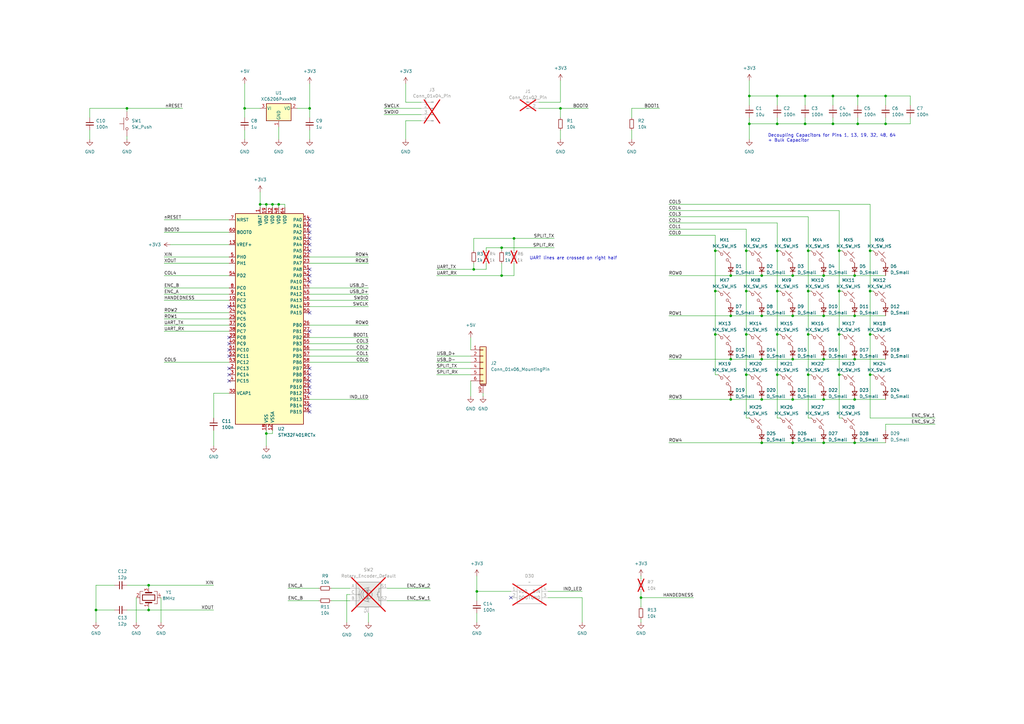
<source format=kicad_sch>
(kicad_sch (version 20231120) (generator "eeschema") (generator_version "8.0")
  (paper "A3")
  (junction (at 39.37 250.19))
  (junction (at 306.07 137.16))
  (junction (at 337.82 113.03))
  (junction (at 331.47 153.67))
  (junction (at 337.82 129.54))
  (junction (at 293.37 102.87))
  (junction (at 293.37 137.16))
  (junction (at 344.17 102.87))
  (junction (at 318.77 50.8))
  (junction (at 205.74 113.03))
  (junction (at 356.87 137.16))
  (junction (at 312.42 129.54))
  (junction (at 114.3 83.82))
  (junction (at 109.22 177.8))
  (junction (at 344.17 137.16))
  (junction (at 330.2 39.37))
  (junction (at 318.77 153.67))
  (junction (at 330.2 50.8))
  (junction (at 363.22 50.8))
  (junction (at 325.12 129.54))
  (junction (at 344.17 119.38))
  (junction (at 344.17 153.67))
  (junction (at 356.87 153.67))
  (junction (at 306.07 153.67))
  (junction (at 312.42 163.83))
  (junction (at 351.79 50.8))
  (junction (at 194.31 110.49))
  (junction (at 331.47 119.38))
  (junction (at 331.47 102.87))
  (junction (at 350.52 129.54))
  (junction (at 52.07 44.45))
  (junction (at 350.52 147.32))
  (junction (at 337.82 163.83))
  (junction (at 127 44.45))
  (junction (at 351.79 39.37))
  (junction (at 363.22 39.37))
  (junction (at 356.87 119.38))
  (junction (at 205.74 101.6))
  (junction (at 60.96 250.19))
  (junction (at 312.42 147.32))
  (junction (at 262.89 245.11))
  (junction (at 60.96 240.03))
  (junction (at 306.07 119.38))
  (junction (at 341.63 50.8))
  (junction (at 337.82 181.61))
  (junction (at 318.77 39.37))
  (junction (at 318.77 137.16))
  (junction (at 325.12 163.83))
  (junction (at 109.22 83.82))
  (junction (at 100.33 44.45))
  (junction (at 350.52 163.83))
  (junction (at 318.77 102.87))
  (junction (at 350.52 113.03))
  (junction (at 210.82 97.79))
  (junction (at 306.07 102.87))
  (junction (at 229.87 44.45))
  (junction (at 299.72 147.32))
  (junction (at 325.12 147.32))
  (junction (at 307.34 50.8))
  (junction (at 331.47 137.16))
  (junction (at 356.87 102.87))
  (junction (at 299.72 113.03))
  (junction (at 106.68 83.82))
  (junction (at 195.58 242.57))
  (junction (at 293.37 119.38))
  (junction (at 299.72 129.54))
  (junction (at 312.42 113.03))
  (junction (at 337.82 147.32))
  (junction (at 341.63 39.37))
  (junction (at 299.72 163.83))
  (junction (at 325.12 113.03))
  (junction (at 312.42 181.61))
  (junction (at 111.76 83.82))
  (junction (at 325.12 181.61))
  (junction (at 350.52 181.61))
  (junction (at 307.34 39.37))
  (junction (at 318.77 119.38))
  (no_connect (at 127 115.57))
  (no_connect (at 127 168.91))
  (no_connect (at 127 158.75))
  (no_connect (at 127 92.71))
  (no_connect (at 127 151.13))
  (no_connect (at 93.98 140.97))
  (no_connect (at 93.98 156.21))
  (no_connect (at 127 161.29))
  (no_connect (at 93.98 138.43))
  (no_connect (at 127 110.49))
  (no_connect (at 93.98 153.67))
  (no_connect (at 127 90.17))
  (no_connect (at 127 102.87))
  (no_connect (at 127 135.89))
  (no_connect (at 127 153.67))
  (no_connect (at 127 100.33))
  (no_connect (at 127 97.79))
  (no_connect (at 127 156.21))
  (no_connect (at 127 113.03))
  (no_connect (at 127 166.37))
  (no_connect (at 209.55 245.11))
  (no_connect (at 93.98 143.51))
  (no_connect (at 93.98 146.05))
  (no_connect (at 127 95.25))
  (no_connect (at 93.98 151.13))
  (no_connect (at 93.98 125.73))
  (no_connect (at 127 128.27))
  (wire (pts (xy 87.63 171.45) (xy 87.63 161.29)))
  (wire (pts (xy 312.42 147.32) (xy 325.12 147.32)))
  (wire (pts (xy 109.22 177.8) (xy 111.76 177.8)))
  (wire (pts (xy 229.87 41.91) (xy 220.98 41.91)))
  (wire (pts (xy 220.98 44.45) (xy 229.87 44.45)))
  (wire (pts (xy 274.32 181.61) (xy 312.42 181.61)))
  (wire (pts (xy 344.17 119.38) (xy 344.17 137.16)))
  (wire (pts (xy 318.77 39.37) (xy 330.2 39.37)))
  (wire (pts (xy 337.82 163.83) (xy 350.52 163.83)))
  (wire (pts (xy 87.63 161.29) (xy 93.98 161.29)))
  (wire (pts (xy 351.79 50.8) (xy 341.63 50.8)))
  (wire (pts (xy 341.63 48.26) (xy 341.63 50.8)))
  (wire (pts (xy 109.22 85.09) (xy 109.22 83.82)))
  (wire (pts (xy 205.74 107.95) (xy 205.74 113.03)))
  (wire (pts (xy 363.22 48.26) (xy 363.22 50.8)))
  (wire (pts (xy 331.47 153.67) (xy 331.47 171.45)))
  (wire (pts (xy 36.83 44.45) (xy 52.07 44.45)))
  (wire (pts (xy 356.87 102.87) (xy 356.87 119.38)))
  (wire (pts (xy 195.58 236.22) (xy 195.58 242.57)))
  (wire (pts (xy 306.07 171.45) (xy 307.34 171.45)))
  (wire (pts (xy 299.72 163.83) (xy 312.42 163.83)))
  (wire (pts (xy 356.87 102.87) (xy 358.14 102.87)))
  (wire (pts (xy 312.42 113.03) (xy 325.12 113.03)))
  (wire (pts (xy 52.07 44.45) (xy 74.93 44.45)))
  (wire (pts (xy 127 123.19) (xy 151.13 123.19)))
  (wire (pts (xy 205.74 101.6) (xy 205.74 102.87)))
  (wire (pts (xy 363.22 39.37) (xy 363.22 43.18)))
  (wire (pts (xy 356.87 153.67) (xy 358.14 153.67)))
  (wire (pts (xy 106.68 78.74) (xy 106.68 83.82)))
  (wire (pts (xy 350.52 181.61) (xy 363.22 181.61)))
  (wire (pts (xy 356.87 137.16) (xy 358.14 137.16)))
  (wire (pts (xy 157.48 46.99) (xy 172.72 46.99)))
  (wire (pts (xy 274.32 113.03) (xy 299.72 113.03)))
  (wire (pts (xy 373.38 50.8) (xy 363.22 50.8)))
  (wire (pts (xy 166.37 49.53) (xy 166.37 57.15)))
  (wire (pts (xy 274.32 147.32) (xy 299.72 147.32)))
  (wire (pts (xy 330.2 39.37) (xy 341.63 39.37)))
  (wire (pts (xy 373.38 39.37) (xy 363.22 39.37)))
  (wire (pts (xy 127 133.35) (xy 151.13 133.35)))
  (wire (pts (xy 210.82 107.95) (xy 210.82 113.03)))
  (wire (pts (xy 118.11 246.38) (xy 130.81 246.38)))
  (wire (pts (xy 67.31 123.19) (xy 93.98 123.19)))
  (wire (pts (xy 114.3 83.82) (xy 111.76 83.82)))
  (wire (pts (xy 350.52 163.83) (xy 363.22 163.83)))
  (wire (pts (xy 363.22 173.99) (xy 363.22 176.53)))
  (wire (pts (xy 318.77 171.45) (xy 320.04 171.45)))
  (wire (pts (xy 205.74 101.6) (xy 227.33 101.6)))
  (wire (pts (xy 109.22 177.8) (xy 109.22 176.53)))
  (wire (pts (xy 318.77 137.16) (xy 320.04 137.16)))
  (wire (pts (xy 262.89 236.22) (xy 262.89 237.49)))
  (wire (pts (xy 36.83 44.45) (xy 36.83 48.26)))
  (wire (pts (xy 195.58 242.57) (xy 209.55 242.57)))
  (wire (pts (xy 306.07 137.16) (xy 306.07 153.67)))
  (wire (pts (xy 274.32 93.98) (xy 306.07 93.98)))
  (wire (pts (xy 60.96 240.03) (xy 87.63 240.03)))
  (wire (pts (xy 350.52 147.32) (xy 363.22 147.32)))
  (wire (pts (xy 52.07 44.45) (xy 52.07 45.72)))
  (wire (pts (xy 179.07 148.59) (xy 193.04 148.59)))
  (wire (pts (xy 127 105.41) (xy 151.13 105.41)))
  (wire (pts (xy 229.87 33.02) (xy 229.87 41.91)))
  (wire (pts (xy 135.89 246.38) (xy 143.51 246.38)))
  (wire (pts (xy 318.77 39.37) (xy 318.77 43.18)))
  (wire (pts (xy 195.58 255.27) (xy 195.58 251.46)))
  (wire (pts (xy 383.54 173.99) (xy 363.22 173.99)))
  (wire (pts (xy 179.07 146.05) (xy 193.04 146.05)))
  (wire (pts (xy 306.07 119.38) (xy 307.34 119.38)))
  (wire (pts (xy 306.07 102.87) (xy 307.34 102.87)))
  (wire (pts (xy 100.33 34.29) (xy 100.33 44.45)))
  (wire (pts (xy 67.31 107.95) (xy 93.98 107.95)))
  (wire (pts (xy 373.38 48.26) (xy 373.38 50.8)))
  (wire (pts (xy 318.77 102.87) (xy 320.04 102.87)))
  (wire (pts (xy 330.2 50.8) (xy 330.2 48.26)))
  (wire (pts (xy 306.07 137.16) (xy 307.34 137.16)))
  (wire (pts (xy 238.76 255.27) (xy 238.76 245.11)))
  (wire (pts (xy 116.84 83.82) (xy 114.3 83.82)))
  (wire (pts (xy 344.17 102.87) (xy 345.44 102.87)))
  (wire (pts (xy 293.37 102.87) (xy 293.37 119.38)))
  (wire (pts (xy 331.47 119.38) (xy 332.74 119.38)))
  (wire (pts (xy 194.31 107.95) (xy 194.31 110.49)))
  (wire (pts (xy 60.96 240.03) (xy 52.07 240.03)))
  (wire (pts (xy 318.77 102.87) (xy 318.77 119.38)))
  (wire (pts (xy 67.31 128.27) (xy 93.98 128.27)))
  (wire (pts (xy 100.33 53.34) (xy 100.33 57.15)))
  (wire (pts (xy 111.76 177.8) (xy 111.76 176.53)))
  (wire (pts (xy 306.07 93.98) (xy 306.07 102.87)))
  (wire (pts (xy 36.83 53.34) (xy 36.83 57.15)))
  (wire (pts (xy 318.77 119.38) (xy 318.77 137.16)))
  (wire (pts (xy 344.17 86.36) (xy 344.17 102.87)))
  (wire (pts (xy 127 118.11) (xy 151.13 118.11)))
  (wire (pts (xy 331.47 102.87) (xy 331.47 119.38)))
  (wire (pts (xy 229.87 44.45) (xy 229.87 48.26)))
  (wire (pts (xy 306.07 153.67) (xy 307.34 153.67)))
  (wire (pts (xy 293.37 102.87) (xy 294.64 102.87)))
  (wire (pts (xy 116.84 85.09) (xy 116.84 83.82)))
  (wire (pts (xy 373.38 43.18) (xy 373.38 39.37)))
  (wire (pts (xy 330.2 39.37) (xy 330.2 43.18)))
  (wire (pts (xy 356.87 119.38) (xy 358.14 119.38)))
  (wire (pts (xy 127 53.34) (xy 127 57.15)))
  (wire (pts (xy 135.89 241.3) (xy 143.51 241.3)))
  (wire (pts (xy 52.07 250.19) (xy 60.96 250.19)))
  (wire (pts (xy 337.82 147.32) (xy 350.52 147.32)))
  (wire (pts (xy 60.96 250.19) (xy 60.96 248.92)))
  (wire (pts (xy 325.12 129.54) (xy 337.82 129.54)))
  (wire (pts (xy 325.12 163.83) (xy 337.82 163.83)))
  (wire (pts (xy 111.76 83.82) (xy 109.22 83.82)))
  (wire (pts (xy 318.77 50.8) (xy 330.2 50.8)))
  (wire (pts (xy 307.34 50.8) (xy 307.34 57.15)))
  (wire (pts (xy 344.17 102.87) (xy 344.17 119.38)))
  (wire (pts (xy 344.17 171.45) (xy 345.44 171.45)))
  (wire (pts (xy 293.37 137.16) (xy 294.64 137.16)))
  (wire (pts (xy 344.17 119.38) (xy 345.44 119.38)))
  (wire (pts (xy 179.07 113.03) (xy 205.74 113.03)))
  (wire (pts (xy 341.63 39.37) (xy 351.79 39.37)))
  (wire (pts (xy 229.87 53.34) (xy 229.87 57.15)))
  (wire (pts (xy 331.47 102.87) (xy 332.74 102.87)))
  (wire (pts (xy 337.82 113.03) (xy 350.52 113.03)))
  (wire (pts (xy 341.63 39.37) (xy 341.63 43.18)))
  (wire (pts (xy 337.82 129.54) (xy 350.52 129.54)))
  (wire (pts (xy 198.12 161.29) (xy 198.12 162.56)))
  (wire (pts (xy 93.98 100.33) (xy 69.85 100.33)))
  (wire (pts (xy 195.58 246.38) (xy 195.58 242.57)))
  (wire (pts (xy 331.47 171.45) (xy 332.74 171.45)))
  (wire (pts (xy 210.82 113.03) (xy 205.74 113.03)))
  (wire (pts (xy 39.37 240.03) (xy 39.37 250.19)))
  (wire (pts (xy 210.82 97.79) (xy 210.82 102.87)))
  (wire (pts (xy 312.42 129.54) (xy 325.12 129.54)))
  (wire (pts (xy 293.37 96.52) (xy 293.37 102.87)))
  (wire (pts (xy 193.04 156.21) (xy 193.04 162.56)))
  (wire (pts (xy 330.2 50.8) (xy 341.63 50.8)))
  (wire (pts (xy 127 44.45) (xy 121.92 44.45)))
  (wire (pts (xy 151.13 251.46) (xy 151.13 255.27)))
  (wire (pts (xy 179.07 153.67) (xy 193.04 153.67)))
  (wire (pts (xy 106.68 83.82) (xy 106.68 85.09)))
  (wire (pts (xy 127 140.97) (xy 151.13 140.97)))
  (wire (pts (xy 274.32 88.9) (xy 331.47 88.9)))
  (wire (pts (xy 229.87 44.45) (xy 241.3 44.45)))
  (wire (pts (xy 356.87 83.82) (xy 356.87 102.87)))
  (wire (pts (xy 318.77 119.38) (xy 320.04 119.38)))
  (wire (pts (xy 100.33 44.45) (xy 106.68 44.45)))
  (wire (pts (xy 262.89 245.11) (xy 284.48 245.11)))
  (wire (pts (xy 194.31 110.49) (xy 199.39 110.49)))
  (wire (pts (xy 166.37 34.29) (xy 166.37 41.91)))
  (wire (pts (xy 127 44.45) (xy 127 48.26)))
  (wire (pts (xy 274.32 129.54) (xy 299.72 129.54)))
  (wire (pts (xy 363.22 50.8) (xy 351.79 50.8)))
  (wire (pts (xy 52.07 55.88) (xy 52.07 57.15)))
  (wire (pts (xy 307.34 50.8) (xy 318.77 50.8)))
  (wire (pts (xy 299.72 147.32) (xy 312.42 147.32)))
  (wire (pts (xy 325.12 147.32) (xy 337.82 147.32)))
  (wire (pts (xy 238.76 245.11) (xy 224.79 245.11)))
  (wire (pts (xy 114.3 57.15) (xy 114.3 52.07)))
  (wire (pts (xy 262.89 245.11) (xy 262.89 248.92)))
  (wire (pts (xy 351.79 39.37) (xy 363.22 39.37)))
  (wire (pts (xy 142.24 243.84) (xy 143.51 243.84)))
  (wire (pts (xy 67.31 95.25) (xy 93.98 95.25)))
  (wire (pts (xy 158.75 246.38) (xy 176.53 246.38)))
  (wire (pts (xy 259.08 53.34) (xy 259.08 57.15)))
  (wire (pts (xy 351.79 39.37) (xy 351.79 43.18)))
  (wire (pts (xy 46.99 250.19) (xy 39.37 250.19)))
  (wire (pts (xy 166.37 49.53) (xy 172.72 49.53)))
  (wire (pts (xy 293.37 119.38) (xy 293.37 137.16)))
  (wire (pts (xy 179.07 110.49) (xy 194.31 110.49)))
  (wire (pts (xy 344.17 153.67) (xy 344.17 171.45)))
  (wire (pts (xy 356.87 153.67) (xy 356.87 171.45)))
  (wire (pts (xy 127 107.95) (xy 151.13 107.95)))
  (wire (pts (xy 344.17 137.16) (xy 344.17 153.67)))
  (wire (pts (xy 194.31 102.87) (xy 194.31 97.79)))
  (wire (pts (xy 274.32 96.52) (xy 293.37 96.52)))
  (wire (pts (xy 39.37 250.19) (xy 39.37 255.27)))
  (wire (pts (xy 109.22 177.8) (xy 109.22 182.88)))
  (wire (pts (xy 299.72 129.54) (xy 312.42 129.54)))
  (wire (pts (xy 331.47 88.9) (xy 331.47 102.87)))
  (wire (pts (xy 193.04 138.43) (xy 193.04 143.51)))
  (wire (pts (xy 176.53 241.3) (xy 158.75 241.3)))
  (wire (pts (xy 306.07 102.87) (xy 306.07 119.38)))
  (wire (pts (xy 293.37 137.16) (xy 293.37 153.67)))
  (wire (pts (xy 318.77 50.8) (xy 318.77 48.26)))
  (wire (pts (xy 262.89 254) (xy 262.89 255.27)))
  (wire (pts (xy 351.79 48.26) (xy 351.79 50.8)))
  (wire (pts (xy 67.31 135.89) (xy 93.98 135.89)))
  (wire (pts (xy 350.52 129.54) (xy 363.22 129.54)))
  (wire (pts (xy 318.77 91.44) (xy 318.77 102.87)))
  (wire (pts (xy 307.34 39.37) (xy 318.77 39.37)))
  (wire (pts (xy 67.31 130.81) (xy 93.98 130.81)))
  (wire (pts (xy 67.31 113.03) (xy 93.98 113.03)))
  (wire (pts (xy 109.22 83.82) (xy 106.68 83.82)))
  (wire (pts (xy 274.32 83.82) (xy 356.87 83.82)))
  (wire (pts (xy 60.96 240.03) (xy 60.96 241.3)))
  (wire (pts (xy 118.11 241.3) (xy 130.81 241.3)))
  (wire (pts (xy 67.31 148.59) (xy 93.98 148.59)))
  (wire (pts (xy 312.42 163.83) (xy 325.12 163.83)))
  (wire (pts (xy 67.31 133.35) (xy 93.98 133.35)))
  (wire (pts (xy 127 148.59) (xy 151.13 148.59)))
  (wire (pts (xy 127 34.29) (xy 127 44.45)))
  (wire (pts (xy 199.39 110.49) (xy 199.39 107.95)))
  (wire (pts (xy 66.04 245.11) (xy 66.04 255.27)))
  (wire (pts (xy 331.47 153.67) (xy 332.74 153.67)))
  (wire (pts (xy 344.17 137.16) (xy 345.44 137.16)))
  (wire (pts (xy 325.12 181.61) (xy 337.82 181.61)))
  (wire (pts (xy 199.39 101.6) (xy 205.74 101.6)))
  (wire (pts (xy 350.52 113.03) (xy 363.22 113.03)))
  (wire (pts (xy 127 163.83) (xy 151.13 163.83)))
  (wire (pts (xy 312.42 181.61) (xy 325.12 181.61)))
  (wire (pts (xy 127 143.51) (xy 151.13 143.51)))
  (wire (pts (xy 259.08 44.45) (xy 259.08 48.26)))
  (wire (pts (xy 262.89 242.57) (xy 262.89 245.11)))
  (wire (pts (xy 274.32 163.83) (xy 299.72 163.83)))
  (wire (pts (xy 318.77 153.67) (xy 320.04 153.67)))
  (wire (pts (xy 127 120.65) (xy 151.13 120.65)))
  (wire (pts (xy 383.54 171.45) (xy 356.87 171.45)))
  (wire (pts (xy 100.33 44.45) (xy 100.33 48.26)))
  (wire (pts (xy 114.3 85.09) (xy 114.3 83.82)))
  (wire (pts (xy 194.31 97.79) (xy 210.82 97.79)))
  (wire (pts (xy 318.77 153.67) (xy 318.77 171.45)))
  (wire (pts (xy 274.32 91.44) (xy 318.77 91.44)))
  (wire (pts (xy 111.76 85.09) (xy 111.76 83.82)))
  (wire (pts (xy 166.37 41.91) (xy 172.72 41.91)))
  (wire (pts (xy 331.47 119.38) (xy 331.47 137.16)))
  (wire (pts (xy 224.79 242.57) (xy 238.76 242.57)))
  (wire (pts (xy 293.37 153.67) (xy 294.64 153.67)))
  (wire (pts (xy 356.87 137.16) (xy 356.87 153.67)))
  (wire (pts (xy 199.39 102.87) (xy 199.39 101.6)))
  (wire (pts (xy 46.99 240.03) (xy 39.37 240.03)))
  (wire (pts (xy 307.34 48.26) (xy 307.34 50.8)))
  (wire (pts (xy 67.31 90.17) (xy 93.98 90.17)))
  (wire (pts (xy 306.07 153.67) (xy 306.07 171.45)))
  (wire (pts (xy 337.82 181.61) (xy 350.52 181.61)))
  (wire (pts (xy 142.24 255.27) (xy 142.24 243.84)))
  (wire (pts (xy 67.31 120.65) (xy 93.98 120.65)))
  (wire (pts (xy 127 146.05) (xy 151.13 146.05)))
  (wire (pts (xy 259.08 44.45) (xy 270.51 44.45)))
  (wire (pts (xy 356.87 119.38) (xy 356.87 137.16)))
  (wire (pts (xy 344.17 153.67) (xy 345.44 153.67)))
  (wire (pts (xy 274.32 86.36) (xy 344.17 86.36)))
  (wire (pts (xy 307.34 33.02) (xy 307.34 39.37)))
  (wire (pts (xy 127 125.73) (xy 151.13 125.73)))
  (wire (pts (xy 67.31 105.41) (xy 93.98 105.41)))
  (wire (pts (xy 293.37 119.38) (xy 294.64 119.38)))
  (wire (pts (xy 60.96 250.19) (xy 87.63 250.19)))
  (wire (pts (xy 306.07 119.38) (xy 306.07 137.16)))
  (wire (pts (xy 127 138.43) (xy 151.13 138.43)))
  (wire (pts (xy 87.63 176.53) (xy 87.63 182.88)))
  (wire (pts (xy 227.33 97.79) (xy 210.82 97.79)))
  (wire (pts (xy 67.31 118.11) (xy 93.98 118.11)))
  (wire (pts (xy 299.72 113.03) (xy 312.42 113.03)))
  (wire (pts (xy 307.34 39.37) (xy 307.34 43.18)))
  (wire (pts (xy 318.77 137.16) (xy 318.77 153.67)))
  (wire (pts (xy 55.88 245.11) (xy 55.88 255.27)))
  (wire (pts (xy 179.07 151.13) (xy 193.04 151.13)))
  (wire (pts (xy 157.48 44.45) (xy 172.72 44.45)))
  (wire (pts (xy 331.47 137.16) (xy 331.47 153.67)))
  (wire (pts (xy 325.12 113.03) (xy 337.82 113.03)))
  (wire (pts (xy 331.47 137.16) (xy 332.74 137.16)))
  (text "Decoupling Capacitors for Pins 1, 13, 19, 32, 48, 64\n+ Bulk Capacitor" (at 314.96 58.42 0) (effects (font (size 1.27 1.27)) (justify left bottom)))
  (text "UART lines are crossed on right half" (at 217.17 106.68 0) (effects (font (size 1.27 1.27)) (justify left bottom)))
  (label "SWDIO" (at 151.13 123.19 180))
  (label "SWCLK" (at 151.13 125.73 180))
  (label "ENC_SW_2" (at 176.53 241.3 180))
  (label "ROW0" (at 274.32 113.03 0))
  (label "ENC_A" (at 67.31 120.65 0))
  (label "ENC_B" (at 118.11 246.38 0))
  (label "HANDEDNESS" (at 67.31 123.19 0))
  (label "ROW2" (at 67.31 128.27 0))
  (label "UART_RX" (at 67.31 135.89 0))
  (label "XOUT" (at 87.63 250.19 180))
  (label "ENC_SW_1" (at 176.53 246.38 180))
  (label "ROW2" (at 274.32 147.32 0))
  (label "COL4" (at 67.31 113.03 0))
  (label "UART_TX" (at 179.07 110.49 0))
  (label "BOOT1" (at 270.51 44.45 180))
  (label "SPLIT_RX" (at 179.07 153.67 0))
  (label "ROW4" (at 151.13 105.41 180))
  (label "ENC_A" (at 118.11 241.3 0))
  (label "COL1" (at 274.32 93.98 0))
  (label "ROW1" (at 67.31 130.81 0))
  (label "COL1" (at 151.13 146.05 180))
  (label "ENC_B" (at 67.31 118.11 0))
  (label "XIN" (at 67.31 105.41 0))
  (label "IND_LED" (at 238.76 242.57 180))
  (label "SPLIT_TX" (at 179.07 151.13 0))
  (label "ROW0" (at 151.13 133.35 180))
  (label "UART_TX" (at 67.31 133.35 0))
  (label "SWCLK" (at 157.48 44.45 0))
  (label "COL0" (at 151.13 148.59 180))
  (label "nRESET" (at 74.93 44.45 180))
  (label "COL0" (at 274.32 96.52 0))
  (label "USB_D-" (at 151.13 118.11 180))
  (label "SPLIT_RX" (at 227.33 101.6 180))
  (label "COL4" (at 274.32 86.36 0))
  (label "ROW1" (at 274.32 129.54 0))
  (label "ROW3" (at 274.32 163.83 0))
  (label "USB_D+" (at 179.07 146.05 0))
  (label "IND_LED" (at 151.13 163.83 180))
  (label "BOOT1" (at 151.13 138.43 180))
  (label "BOOT0" (at 241.3 44.45 180))
  (label "ENC_SW_2" (at 383.54 173.99 180))
  (label "COL2" (at 274.32 91.44 0))
  (label "SPLIT_TX" (at 227.33 97.79 180))
  (label "XIN" (at 87.63 240.03 180))
  (label "ENC_SW_1" (at 383.54 171.45 180))
  (label "COL5" (at 274.32 83.82 0))
  (label "nRESET" (at 67.31 90.17 0))
  (label "HANDEDNESS" (at 284.48 245.11 180))
  (label "XOUT" (at 67.31 107.95 0))
  (label "COL3" (at 274.32 88.9 0))
  (label "ROW4" (at 274.32 181.61 0))
  (label "COL5" (at 67.31 148.59 0))
  (label "ROW3" (at 151.13 107.95 180))
  (label "USB_D+" (at 151.13 120.65 180))
  (label "UART_RX" (at 179.07 113.03 0))
  (label "BOOT0" (at 67.31 95.25 0))
  (label "USB_D-" (at 179.07 148.59 0))
  (label "COL3" (at 151.13 140.97 180))
  (label "COL2" (at 151.13 143.51 180))
  (label "SWDIO" (at 157.48 46.99 0))
  (symbol (lib_id "power:+5V") (at 100.33 34.29 0) (unit 1)
    (property "Reference" "#PWR02" (effects (hide yes)))
    (property "Value" "+5V" (at 100.33 29.21 0))
  )
  (symbol (lib_id "Device:D_Small") (at 350.52 110.49 90) (unit 1)
    (property "Reference" "D5" (at 352.425 109.22 90) (effects (justify right)))
    (property "Value" "D_Small" (at 352.425 111.76 90) (effects (justify right)))
    (property "Footprint" "Diode_SMD:D_SOD-123" (effects (hide yes)))
    (property "Sim.Device" "D" (effects (hide yes)))
    (property "Sim.Pins" "1=K 2=A" (effects (hide yes)))
  )
  (symbol (lib_id "Device:D_Small") (at 337.82 110.49 90) (unit 1)
    (property "Reference" "D4" (at 339.725 109.22 90) (effects (justify right)))
    (property "Value" "D_Small" (at 339.725 111.76 90) (effects (justify right)))
    (property "Footprint" "Diode_SMD:D_SOD-123" (effects (hide yes)))
    (property "Sim.Device" "D" (effects (hide yes)))
    (property "Sim.Pins" "1=K 2=A" (effects (hide yes)))
  )
  (symbol (lib_id "power:GND") (at 262.89 255.27 0) (unit 1)
    (property "Reference" "#PWR026" (effects (hide yes)))
    (property "Value" "GND" (at 262.89 259.715 0))
  )
  (symbol (lib_id "Device:R_Small") (at 133.35 246.38 90) (unit 1)
    (property "Reference" "R11" (at 133.35 248.92 90))
    (property "Value" "10k" (at 133.35 251.46 90))
    (property "Footprint" "Resistor_SMD:R_0603_1608Metric" (effects (hide yes)))
  )
  (symbol (lib_id "Regulator_Linear:XC6206PxxxMR") (at 114.3 44.45 0) (unit 1)
    (property "Reference" "U1" (at 114.3 38.1 0))
    (property "Value" "XC6206PxxxMR" (at 114.3 40.64 0))
    (property "Footprint" "Package_TO_SOT_SMD:SOT-23-3" (effects (hide yes)))
    (property "Datasheet" "https://www.torexsemi.com/file/xc6206/XC6206.pdf" (effects (hide yes)))
  )
  (symbol (lib_id "Device:D_Small") (at 299.72 144.78 90) (unit 1)
    (property "Reference" "D13" (at 301.625 143.51 90) (effects (justify right)))
    (property "Value" "D_Small" (at 301.625 146.05 90) (effects (justify right)))
    (property "Footprint" "Diode_SMD:D_SOD-123" (effects (hide yes)))
    (property "Sim.Device" "D" (effects (hide yes)))
    (property "Sim.Pins" "1=K 2=A" (effects (hide yes)))
  )
  (symbol (lib_id "Device:D_Small") (at 337.82 161.29 90) (unit 1)
    (property "Reference" "D22" (at 339.725 160.02 90) (effects (justify right)))
    (property "Value" "D_Small" (at 339.725 162.56 90) (effects (justify right)))
    (property "Footprint" "Diode_SMD:D_SOD-123" (effects (hide yes)))
    (property "Sim.Device" "D" (effects (hide yes)))
    (property "Sim.Pins" "1=K 2=A" (effects (hide yes)))
  )
  (symbol (lib_id "power:+3V3") (at 127 34.29 0) (unit 1)
    (property "Reference" "#PWR03" (effects (hide yes)))
    (property "Value" "+3V3" (at 127 29.21 0))
  )
  (symbol (lib_id "power:GND") (at 100.33 57.15 0) (unit 1)
    (property "Reference" "#PWR07" (effects (hide yes)))
    (property "Value" "GND" (at 100.33 62.23 0))
  )
  (symbol (lib_id "Device:D_Small") (at 325.12 144.78 90) (unit 1)
    (property "Reference" "D15" (at 327.025 143.51 90) (effects (justify right)))
    (property "Value" "D_Small" (at 327.025 146.05 90) (effects (justify right)))
    (property "Footprint" "Diode_SMD:D_SOD-123" (effects (hide yes)))
    (property "Sim.Device" "D" (effects (hide yes)))
    (property "Sim.Pins" "1=K 2=A" (effects (hide yes)))
  )
  (symbol (lib_id "PCM_marbastlib-mx:MX_SW_HS") (at 297.18 156.21 0) (unit 1)
    (property "Reference" "MX19" (at 297.18 149.225 0))
    (property "Value" "MX_SW_HS" (at 297.18 151.765 0))
    (property "Footprint" "PCM_marbastlib-mx:SW_MX_HS_1u" (effects (hide yes)))
  )
  (symbol (lib_id "Device:R_Small") (at 199.39 105.41 0) (unit 1) (exclude_from_sim yes) (in_bom no) (on_board no) (dnp yes)
    (property "Reference" "R4" (at 200.66 104.14 0) (effects (justify left)))
    (property "Value" "1k" (at 200.66 106.68 0) (effects (justify left)))
    (property "Footprint" "Resistor_SMD:R_0402_1005Metric" (effects (hide yes)))
  )
  (symbol (lib_id "PCM_marbastlib-mx:MX_SW_HS") (at 347.98 156.21 0) (unit 1)
    (property "Reference" "MX23" (at 347.98 149.225 0))
    (property "Value" "MX_SW_HS" (at 347.98 151.765 0))
    (property "Footprint" "PCM_marbastlib-mx:SW_MX_HS_1u" (effects (hide yes)))
  )
  (symbol (lib_id "Device:C_Small") (at 49.53 250.19 90) (unit 1)
    (property "Reference" "C13" (at 48.26 253.365 90) (effects (justify right)))
    (property "Value" "12p" (at 48.26 255.905 90) (effects (justify right)))
    (property "Footprint" "Capacitor_SMD:C_0603_1608Metric" (effects (hide yes)))
  )
  (symbol (lib_id "PCM_marbastlib-mx:MX_SW_HS") (at 347.98 121.92 0) (unit 1)
    (property "Reference" "MX11" (at 347.98 114.935 0))
    (property "Value" "MX_SW_HS" (at 347.98 117.475 0))
    (property "Footprint" "PCM_marbastlib-mx:SW_MX_HS_1u" (effects (hide yes)))
  )
  (symbol (lib_id "power:+3V3") (at 195.58 236.22 0) (unit 1)
    (property "Reference" "#PWR028" (effects (hide yes)))
    (property "Value" "+3V3" (at 195.58 231.14 0))
  )
  (symbol (lib_id "power:+5V") (at 193.04 138.43 0) (unit 1)
    (property "Reference" "#PWR04" (effects (hide yes)))
    (property "Value" "+5V" (at 193.04 133.35 0))
  )
  (symbol (lib_id "lib_zegonix:Rotary_Encoder_Default") (at 151.13 243.84 0) (unit 1) (in_bom no) (dnp yes)
    (property "Reference" "SW2" (at 151.13 233.68 0))
    (property "Value" "Rotary_Encoder_Default" (at 151.13 236.22 0))
    (property "Footprint" "Rotary_Encoder:RotaryEncoder_Bourns_Vertical_PEC12R-3x17F-Sxxxx" (effects (hide yes)))
  )
  (symbol (lib_id "power:GND") (at 109.22 182.88 0) (unit 1)
    (property "Reference" "#PWR017" (effects (hide yes)))
    (property "Value" "GND" (at 109.22 187.325 0))
  )
  (symbol (lib_id "power:GND") (at 66.04 255.27 0) (unit 1)
    (property "Reference" "#PWR022" (effects (hide yes)))
    (property "Value" "GND" (at 66.04 259.715 0))
  )
  (symbol (lib_id "power:GND") (at 198.12 162.56 0) (unit 1)
    (property "Reference" "#PWR013" (effects (hide yes)))
    (property "Value" "GND" (at 198.12 167.64 0))
  )
  (symbol (lib_id "power:+3V3") (at 106.68 78.74 0) (unit 1)
    (property "Reference" "#PWR014" (effects (hide yes)))
    (property "Value" "+3V3" (at 106.68 73.66 0))
  )
  (symbol (lib_id "power:+3V3") (at 69.85 100.33 90) (unit 1)
    (property "Reference" "#PWR015" (effects (hide yes)))
    (property "Value" "+3V3" (at 66.04 100.33 90) (effects (justify left)))
  )
  (symbol (lib_id "Device:C_Small") (at 36.83 50.8 0) (unit 1)
    (property "Reference" "C10" (at 39.37 49.5363 0) (effects (justify left)))
    (property "Value" "100n" (at 39.37 52.0763 0) (effects (justify left)))
    (property "Footprint" "Capacitor_SMD:C_0603_1608Metric" (effects (hide yes)))
  )
  (symbol (lib_id "power:GND") (at 151.13 255.27 0) (unit 1)
    (property "Reference" "#PWR024" (effects (hide yes)))
    (property "Value" "GND" (at 151.13 260.35 0))
  )
  (symbol (lib_id "Device:D_Small") (at 337.82 144.78 90) (unit 1)
    (property "Reference" "D16" (at 339.725 143.51 90) (effects (justify right)))
    (property "Value" "D_Small" (at 339.725 146.05 90) (effects (justify right)))
    (property "Footprint" "Diode_SMD:D_SOD-123" (effects (hide yes)))
    (property "Sim.Device" "D" (effects (hide yes)))
    (property "Sim.Pins" "1=K 2=A" (effects (hide yes)))
  )
  (symbol (lib_id "PCM_marbastlib-mx:MX_SW_HS") (at 309.88 105.41 0) (unit 1)
    (property "Reference" "MX2" (at 309.88 98.425 0))
    (property "Value" "MX_SW_HS" (at 309.88 100.965 0))
    (property "Footprint" "PCM_marbastlib-mx:SW_MX_HS_1u" (effects (hide yes)))
  )
  (symbol (lib_id "PCM_marbastlib-mx:MX_SW_HS") (at 335.28 121.92 0) (unit 1)
    (property "Reference" "MX10" (at 335.28 114.935 0))
    (property "Value" "MX_SW_HS" (at 335.28 117.475 0))
    (property "Footprint" "PCM_marbastlib-mx:SW_MX_HS_1u" (effects (hide yes)))
  )
  (symbol (lib_id "Device:C_Small") (at 87.63 173.99 0) (unit 1)
    (property "Reference" "C11" (at 90.932 172.7263 0) (effects (justify left)))
    (property "Value" "100n" (at 90.932 175.2663 0) (effects (justify left)))
    (property "Footprint" "Capacitor_SMD:C_0603_1608Metric" (effects (hide yes)))
  )
  (symbol (lib_id "Device:D_Small") (at 363.22 110.49 90) (unit 1)
    (property "Reference" "D6" (at 365.125 109.22 90) (effects (justify right)))
    (property "Value" "D_Small" (at 365.125 111.76 90) (effects (justify right)))
    (property "Footprint" "Diode_SMD:D_SOD-123" (effects (hide yes)))
    (property "Sim.Device" "D" (effects (hide yes)))
    (property "Sim.Pins" "1=K 2=A" (effects (hide yes)))
  )
  (symbol (lib_id "Connector_Generic_MountingPin:Conn_01x06_MountingPin") (at 198.12 148.59 0) (unit 1)
    (property "Reference" "J2" (at 201.295 148.9456 0) (effects (justify left)))
    (property "Value" "Conn_01x06_MountingPin" (at 201.295 151.4856 0) (effects (justify left)))
    (property "Footprint" "Connector_JST:JST_SH_SM06B-SRSS-TB_1x06-1MP_P1.00mm_Horizontal" (effects (hide yes)))
  )
  (symbol (lib_id "Device:R_Small") (at 205.74 105.41 0) (unit 1)
    (property "Reference" "R5" (at 207.01 104.14 0) (effects (justify left)))
    (property "Value" "1k" (at 207.01 106.68 0) (effects (justify left)))
    (property "Footprint" "Resistor_SMD:R_0603_1608Metric" (effects (hide yes)))
  )
  (symbol (lib_id "PCM_marbastlib-mx:MX_SW_HS") (at 309.88 121.92 0) (unit 1)
    (property "Reference" "MX8" (at 309.88 114.935 0))
    (property "Value" "MX_SW_HS" (at 309.88 117.475 0))
    (property "Footprint" "PCM_marbastlib-mx:SW_MX_HS_1u" (effects (hide yes)))
  )
  (symbol (lib_id "Device:C_Small") (at 373.38 45.72 0) (unit 1)
    (property "Reference" "C7" (at 375.92 44.4563 0) (effects (justify left)))
    (property "Value" "100n" (at 375.92 46.9963 0) (effects (justify left)))
    (property "Footprint" "Capacitor_SMD:C_0603_1608Metric" (effects (hide yes)))
  )
  (symbol (lib_id "PCM_marbastlib-mx:MX_SW_HS") (at 347.98 105.41 0) (unit 1)
    (property "Reference" "MX5" (at 347.98 98.425 0))
    (property "Value" "MX_SW_HS" (at 347.98 100.965 0))
    (property "Footprint" "PCM_marbastlib-mx:SW_MX_HS_1u" (effects (hide yes)))
  )
  (symbol (lib_id "Device:C_Small") (at 318.77 45.72 0) (unit 1)
    (property "Reference" "C2" (at 321.31 44.4563 0) (effects (justify left)))
    (property "Value" "100n" (at 321.31 46.9963 0) (effects (justify left)))
    (property "Footprint" "Capacitor_SMD:C_0603_1608Metric" (effects (hide yes)))
  )
  (symbol (lib_id "Connector:Conn_01x02_Pin") (at 215.9 41.91 0) (unit 1) (dnp yes)
    (property "Reference" "J1" (at 216.535 37.465 0))
    (property "Value" "Conn_01x02_Pin" (at 216.535 40.005 0))
    (property "Footprint" "Connector_PinHeader_2.54mm:PinHeader_1x02_P2.54mm_Vertical" (effects (hide yes)))
  )
  (symbol (lib_id "PCM_marbastlib-mx:MX_SW_HS") (at 335.28 173.99 0) (unit 1)
    (property "Reference" "MX27" (at 335.28 167.005 0))
    (property "Value" "MX_SW_HS" (at 335.28 169.545 0))
    (property "Footprint" "PCM_marbastlib-mx:SW_MX_HS_1u" (effects (hide yes)))
  )
  (symbol (lib_id "PCM_marbastlib-mx:MX_SW_HS") (at 360.68 139.7 0) (unit 1)
    (property "Reference" "MX18" (at 360.68 132.715 0))
    (property "Value" "MX_SW_HS" (at 360.68 135.255 0))
    (property "Footprint" "PCM_marbastlib-mx:SW_MX_HS_1u" (effects (hide yes)))
  )
  (symbol (lib_id "Device:C_Small") (at 307.34 45.72 0) (unit 1)
    (property "Reference" "C1" (at 309.88 44.4563 0) (effects (justify left)))
    (property "Value" "10u" (at 309.88 46.9963 0) (effects (justify left)))
    (property "Footprint" "Capacitor_SMD:C_0603_1608Metric" (effects (hide yes)))
  )
  (symbol (lib_id "power:GND") (at 238.76 255.27 0) (unit 1)
    (property "Reference" "#PWR029" (effects (hide yes)))
    (property "Value" "GND" (at 238.76 259.715 0))
  )
  (symbol (lib_id "power:GND") (at 36.83 57.15 0) (unit 1)
    (property "Reference" "#PWR010" (effects (hide yes)))
    (property "Value" "GND" (at 36.83 62.23 0))
  )
  (symbol (lib_id "PCM_marbastlib-mx:MX_SW_HS") (at 297.18 105.41 0) (unit 1)
    (property "Reference" "MX1" (at 297.18 98.425 0))
    (property "Value" "MX_SW_HS" (at 297.18 100.965 0))
    (property "Footprint" "PCM_marbastlib-mx:SW_MX_HS_1u" (effects (hide yes)))
  )
  (symbol (lib_id "Device:D_Small") (at 350.52 144.78 90) (unit 1)
    (property "Reference" "D17" (at 352.425 143.51 90) (effects (justify right)))
    (property "Value" "D_Small" (at 352.425 146.05 90) (effects (justify right)))
    (property "Footprint" "Diode_SMD:D_SOD-123" (effects (hide yes)))
    (property "Sim.Device" "D" (effects (hide yes)))
    (property "Sim.Pins" "1=K 2=A" (effects (hide yes)))
  )
  (symbol (lib_id "power:GND") (at 195.58 255.27 0) (unit 1)
    (property "Reference" "#PWR031" (effects (hide yes)))
    (property "Value" "GND" (at 195.58 259.715 0))
  )
  (symbol (lib_id "PCM_marbastlib-mx:MX_SW_HS") (at 347.98 139.7 0) (unit 1)
    (property "Reference" "MX17" (at 347.98 132.715 0))
    (property "Value" "MX_SW_HS" (at 347.98 135.255 0))
    (property "Footprint" "PCM_marbastlib-mx:SW_MX_HS_1u" (effects (hide yes)))
  )
  (symbol (lib_id "power:+3V3") (at 307.34 33.02 0) (unit 1)
    (property "Reference" "#PWR01" (effects (hide yes)))
    (property "Value" "+3V3" (at 307.34 27.94 0))
  )
  (symbol (lib_id "Device:D_Small") (at 312.42 144.78 90) (unit 1)
    (property "Reference" "D14" (at 314.325 143.51 90) (effects (justify right)))
    (property "Value" "D_Small" (at 314.325 146.05 90) (effects (justify right)))
    (property "Footprint" "Diode_SMD:D_SOD-123" (effects (hide yes)))
    (property "Sim.Device" "D" (effects (hide yes)))
    (property "Sim.Pins" "1=K 2=A" (effects (hide yes)))
  )
  (symbol (lib_id "Device:C_Small") (at 195.58 248.92 0) (unit 1)
    (property "Reference" "C14" (at 198.12 247.6563 0) (effects (justify left)))
    (property "Value" "100n" (at 198.12 250.1963 0) (effects (justify left)))
    (property "Footprint" "Capacitor_SMD:C_0603_1608Metric" (effects (hide yes)))
  )
  (symbol (lib_id "Device:D_Small") (at 350.52 161.29 90) (unit 1)
    (property "Reference" "D23" (at 352.425 160.02 90) (effects (justify right)))
    (property "Value" "D_Small" (at 352.425 162.56 90) (effects (justify right)))
    (property "Footprint" "Diode_SMD:D_SOD-123" (effects (hide yes)))
    (property "Sim.Device" "D" (effects (hide yes)))
    (property "Sim.Pins" "1=K 2=A" (effects (hide yes)))
  )
  (symbol (lib_id "PCM_marbastlib-mx:MX_SW_HS") (at 309.88 139.7 0) (unit 1)
    (property "Reference" "MX14" (at 309.88 132.715 0))
    (property "Value" "MX_SW_HS" (at 309.88 135.255 0))
    (property "Footprint" "PCM_marbastlib-mx:SW_MX_HS_1u" (effects (hide yes)))
  )
  (symbol (lib_id "Device:C_Small") (at 363.22 45.72 0) (unit 1)
    (property "Reference" "C6" (at 365.76 44.4563 0) (effects (justify left)))
    (property "Value" "100n" (at 365.76 46.9963 0) (effects (justify left)))
    (property "Footprint" "Capacitor_SMD:C_0603_1608Metric" (effects (hide yes)))
  )
  (symbol (lib_id "power:GND") (at 193.04 162.56 0) (unit 1)
    (property "Reference" "#PWR012" (effects (hide yes)))
    (property "Value" "GND" (at 193.04 167.64 0))
  )
  (symbol (lib_id "PCM_marbastlib-mx:MX_SW_HS") (at 322.58 156.21 0) (unit 1)
    (property "Reference" "MX21" (at 322.58 149.225 0))
    (property "Value" "MX_SW_HS" (at 322.58 151.765 0))
    (property "Footprint" "PCM_marbastlib-mx:SW_MX_HS_1u" (effects (hide yes)))
  )
  (symbol (lib_id "Device:C_Small") (at 330.2 45.72 0) (unit 1)
    (property "Reference" "C3" (at 332.74 44.4563 0) (effects (justify left)))
    (property "Value" "100n" (at 332.74 46.9963 0) (effects (justify left)))
    (property "Footprint" "Capacitor_SMD:C_0603_1608Metric" (effects (hide yes)))
  )
  (symbol (lib_id "PCM_marbastlib-mx:MX_SW_HS") (at 309.88 173.99 0) (unit 1)
    (property "Reference" "MX25" (at 309.88 167.005 0))
    (property "Value" "MX_SW_HS" (at 309.88 169.545 0))
    (property "Footprint" "PCM_marbastlib-mx:SW_MX_HS_1u" (effects (hide yes)))
  )
  (symbol (lib_id "power:GND") (at 142.24 255.27 0) (unit 1)
    (property "Reference" "#PWR023" (effects (hide yes)))
    (property "Value" "GND" (at 142.24 260.35 0))
  )
  (symbol (lib_id "power:GND") (at 229.87 57.15 0) (unit 1)
    (property "Reference" "#PWR05" (effects (hide yes)))
    (property "Value" "GND" (at 229.87 62.23 0))
  )
  (symbol (lib_id "PCM_marbastlib-mx:MX_SW_HS") (at 297.18 121.92 0) (unit 1)
    (property "Reference" "MX7" (at 297.18 114.935 0))
    (property "Value" "MX_SW_HS" (at 297.18 117.475 0))
    (property "Footprint" "PCM_marbastlib-mx:SW_MX_HS_1u" (effects (hide yes)))
  )
  (symbol (lib_id "Device:D_Small") (at 363.22 179.07 90) (unit 1)
    (property "Reference" "D29" (at 365.125 177.8 90) (effects (justify right)))
    (property "Value" "D_Small" (at 365.125 180.34 90) (effects (justify right)))
    (property "Footprint" "Diode_SMD:D_SOD-123" (effects (hide yes)))
    (property "Sim.Device" "D" (effects (hide yes)))
    (property "Sim.Pins" "1=K 2=A" (effects (hide yes)))
  )
  (symbol (lib_id "Device:R_Small") (at 194.31 105.41 0) (unit 1)
    (property "Reference" "R3" (at 195.58 104.14 0) (effects (justify left)))
    (property "Value" "1k" (at 195.58 106.68 0) (effects (justify left)))
    (property "Footprint" "Resistor_SMD:R_0603_1608Metric" (effects (hide yes)))
  )
  (symbol (lib_id "Device:D_Small") (at 312.42 110.49 90) (unit 1)
    (property "Reference" "D2" (at 314.325 109.22 90) (effects (justify right)))
    (property "Value" "D_Small" (at 314.325 111.76 90) (effects (justify right)))
    (property "Footprint" "Diode_SMD:D_SOD-123" (effects (hide yes)))
    (property "Sim.Device" "D" (effects (hide yes)))
    (property "Sim.Pins" "1=K 2=A" (effects (hide yes)))
  )
  (symbol (lib_id "MCU_ST_STM32F4:STM32F401RCTx") (at 109.22 130.81 0) (unit 1)
    (property "Reference" "U2" (at 113.9541 175.895 0) (effects (justify left)))
    (property "Value" "STM32F401RCTx" (at 113.9541 178.435 0) (effects (justify left)))
    (property "Footprint" "Package_QFP:LQFP-64_10x10mm_P0.5mm" (effects (hide yes)))
    (property "Datasheet" "https://www.st.com/resource/en/datasheet/stm32f401rc.pdf" (effects (hide yes)))
  )
  (symbol (lib_id "Device:Crystal_GND24") (at 60.96 245.11 90) (unit 1)
    (property "Reference" "Y1" (at 69.215 242.8941 90))
    (property "Value" "8MHz" (at 69.215 245.4341 90))
    (property "Footprint" "Crystal:Crystal_SMD_3225-4Pin_3.2x2.5mm" (effects (hide yes)))
  )
  (symbol (lib_id "Device:D_Small") (at 325.12 161.29 90) (unit 1)
    (property "Reference" "D21" (at 327.025 160.02 90) (effects (justify right)))
    (property "Value" "D_Small" (at 327.025 162.56 90) (effects (justify right)))
    (property "Footprint" "Diode_SMD:D_SOD-123" (effects (hide yes)))
    (property "Sim.Device" "D" (effects (hide yes)))
    (property "Sim.Pins" "1=K 2=A" (effects (hide yes)))
  )
  (symbol (lib_id "power:GND") (at 259.08 57.15 0) (unit 1)
    (property "Reference" "#PWR030" (effects (hide yes)))
    (property "Value" "GND" (at 259.08 62.23 0))
  )
  (symbol (lib_id "power:+3V3") (at 166.37 34.29 0) (unit 1)
    (property "Reference" "#PWR018" (effects (hide yes)))
    (property "Value" "+3V3" (at 166.37 29.21 0))
  )
  (symbol (lib_id "power:GND") (at 55.88 255.27 0) (unit 1)
    (property "Reference" "#PWR021" (effects (hide yes)))
    (property "Value" "GND" (at 55.88 259.715 0))
  )
  (symbol (lib_id "Device:D_Small") (at 312.42 127 90) (unit 1)
    (property "Reference" "D8" (at 314.325 125.73 90) (effects (justify right)))
    (property "Value" "D_Small" (at 314.325 128.27 90) (effects (justify right)))
    (property "Footprint" "Diode_SMD:D_SOD-123" (effects (hide yes)))
    (property "Sim.Device" "D" (effects (hide yes)))
    (property "Sim.Pins" "1=K 2=A" (effects (hide yes)))
  )
  (symbol (lib_id "power:GND") (at 52.07 57.15 0) (unit 1)
    (property "Reference" "#PWR011" (effects (hide yes)))
    (property "Value" "GND" (at 52.07 62.23 0))
  )
  (symbol (lib_id "PCM_marbastlib-mx:MX_SW_HS") (at 309.88 156.21 0) (unit 1)
    (property "Reference" "MX20" (at 309.88 149.225 0))
    (property "Value" "MX_SW_HS" (at 309.88 151.765 0))
    (property "Footprint" "PCM_marbastlib-mx:SW_MX_HS_1u" (effects (hide yes)))
  )
  (symbol (lib_id "power:GND") (at 127 57.15 0) (unit 1)
    (property "Reference" "#PWR09" (effects (hide yes)))
    (property "Value" "GND" (at 127 62.23 0))
  )
  (symbol (lib_id "PCM_marbastlib-mx:MX_SW_HS") (at 360.68 121.92 0) (unit 1)
    (property "Reference" "MX12" (at 360.68 114.935 0))
    (property "Value" "MX_SW_HS" (at 360.68 117.475 0))
    (property "Footprint" "PCM_marbastlib-mx:SW_MX_HS_1u" (effects (hide yes)))
  )
  (symbol (lib_id "Connector:Conn_01x04_Pin") (at 177.8 44.45 0) (mirror y) (unit 1) (dnp yes)
    (property "Reference" "J3" (at 177.165 36.83 0))
    (property "Value" "Conn_01x04_Pin" (at 177.165 39.37 0))
    (property "Footprint" "Connector_PinHeader_2.54mm:PinHeader_1x04_P2.54mm_Vertical" (effects (hide yes)))
  )
  (symbol (lib_id "PCM_marbastlib-mx:MX_SW_HS") (at 322.58 139.7 0) (unit 1)
    (property "Reference" "MX15" (at 322.58 132.715 0))
    (property "Value" "MX_SW_HS" (at 322.58 135.255 0))
    (property "Footprint" "PCM_marbastlib-mx:SW_MX_HS_1u" (effects (hide yes)))
  )
  (symbol (lib_id "Device:D_Small") (at 312.42 161.29 90) (unit 1)
    (property "Reference" "D20" (at 314.325 160.02 90) (effects (justify right)))
    (property "Value" "D_Small" (at 314.325 162.56 90) (effects (justify right)))
    (property "Footprint" "Diode_SMD:D_SOD-123" (effects (hide yes)))
    (property "Sim.Device" "D" (effects (hide yes)))
    (property "Sim.Pins" "1=K 2=A" (effects (hide yes)))
  )
  (symbol (lib_id "Device:C_Small") (at 49.53 240.03 90) (unit 1)
    (property "Reference" "C12" (at 48.26 234.315 90) (effects (justify right)))
    (property "Value" "12p" (at 48.26 236.855 90) (effects (justify right)))
    (property "Footprint" "Capacitor_SMD:C_0603_1608Metric" (effects (hide yes)))
  )
  (symbol (lib_id "Device:D_Small") (at 325.12 127 90) (unit 1)
    (property "Reference" "D9" (at 327.025 125.73 90) (effects (justify right)))
    (property "Value" "D_Small" (at 327.025 128.27 90) (effects (justify right)))
    (property "Footprint" "Diode_SMD:D_SOD-123" (effects (hide yes)))
    (property "Sim.Device" "D" (effects (hide yes)))
    (property "Sim.Pins" "1=K 2=A" (effects (hide yes)))
  )
  (symbol (lib_id "Device:D_Small") (at 350.52 127 90) (unit 1)
    (property "Reference" "D11" (at 352.425 125.73 90) (effects (justify right)))
    (property "Value" "D_Small" (at 352.425 128.27 90) (effects (justify right)))
    (property "Footprint" "Diode_SMD:D_SOD-123" (effects (hide yes)))
    (property "Sim.Device" "D" (effects (hide yes)))
    (property "Sim.Pins" "1=K 2=A" (effects (hide yes)))
  )
  (symbol (lib_id "Device:R_Small") (at 229.87 50.8 0) (unit 1)
    (property "Reference" "R1" (at 232.41 49.5299 0) (effects (justify left)))
    (property "Value" "10k" (at 232.41 52.0699 0) (effects (justify left)))
    (property "Footprint" "Resistor_SMD:R_0603_1608Metric" (effects (hide yes)))
    (property "Description" "Resistor, small symbol" (effects (hide yes)))
  )
  (symbol (lib_id "Device:R_Small") (at 210.82 105.41 0) (unit 1) (exclude_from_sim yes) (in_bom no) (on_board no) (dnp yes)
    (property "Reference" "R6" (at 212.09 104.14 0) (effects (justify left)))
    (property "Value" "1k" (at 212.09 106.68 0) (effects (justify left)))
    (property "Footprint" "Resistor_SMD:R_0402_1005Metric" (effects (hide yes)))
  )
  (symbol (lib_id "Device:D_Small") (at 299.72 127 90) (unit 1)
    (property "Reference" "D7" (at 301.625 125.73 90) (effects (justify right)))
    (property "Value" "D_Small" (at 301.625 128.27 90) (effects (justify right)))
    (property "Footprint" "Diode_SMD:D_SOD-123" (effects (hide yes)))
    (property "Sim.Device" "D" (effects (hide yes)))
    (property "Sim.Pins" "1=K 2=A" (effects (hide yes)))
  )
  (symbol (lib_id "lib-zegonix:sk6812mini-e") (at 217.17 243.84 0) (unit 1) (in_bom no) (dnp yes)
    (property "Reference" "D30" (at 217.17 236.22 0))
    (property "Value" "~" (at 217.17 238.76 0))
    (property "Footprint" "lib-zegonix:SK6812MINI-E_3.2x2.8_reverse_mount" (effects (hide yes)))
  )
  (symbol (lib_id "PCM_marbastlib-mx:MX_SW_HS") (at 322.58 121.92 0) (unit 1)
    (property "Reference" "MX9" (at 322.58 114.935 0))
    (property "Value" "MX_SW_HS" (at 322.58 117.475 0))
    (property "Footprint" "PCM_marbastlib-mx:SW_MX_HS_1u" (effects (hide yes)))
  )
  (symbol (lib_id "Device:R_Small") (at 262.89 251.46 0) (unit 1)
    (property "Reference" "R13" (at 265.43 250.1899 0) (effects (justify left)))
    (property "Value" "10k" (at 265.43 252.7299 0) (effects (justify left)))
    (property "Footprint" "Resistor_SMD:R_0603_1608Metric" (effects (hide yes)))
  )
  (symbol (lib_id "Device:D_Small") (at 350.52 179.07 90) (unit 1)
    (property "Reference" "D28" (at 352.425 177.8 90) (effects (justify right)))
    (property "Value" "D_Small" (at 352.425 180.34 90) (effects (justify right)))
    (property "Footprint" "Diode_SMD:D_SOD-123" (effects (hide yes)))
    (property "Sim.Device" "D" (effects (hide yes)))
    (property "Sim.Pins" "1=K 2=A" (effects (hide yes)))
  )
  (symbol (lib_id "PCM_marbastlib-mx:MX_SW_HS") (at 360.68 156.21 0) (unit 1)
    (property "Reference" "MX24" (at 360.68 149.225 0))
    (property "Value" "MX_SW_HS" (at 360.68 151.765 0))
    (property "Footprint" "PCM_marbastlib-mx:SW_MX_HS_1u" (effects (hide yes)))
  )
  (symbol (lib_id "Device:D_Small") (at 299.72 161.29 90) (unit 1)
    (property "Reference" "D19" (at 301.625 160.02 90) (effects (justify right)))
    (property "Value" "D_Small" (at 301.625 162.56 90) (effects (justify right)))
    (property "Footprint" "Diode_SMD:D_SOD-123" (effects (hide yes)))
    (property "Sim.Device" "D" (effects (hide yes)))
    (property "Sim.Pins" "1=K 2=A" (effects (hide yes)))
  )
  (symbol (lib_id "PCM_marbastlib-mx:MX_SW_HS") (at 335.28 156.21 0) (unit 1)
    (property "Reference" "MX22" (at 335.28 149.225 0))
    (property "Value" "MX_SW_HS" (at 335.28 151.765 0))
    (property "Footprint" "PCM_marbastlib-mx:SW_MX_HS_1u" (effects (hide yes)))
  )
  (symbol (lib_id "Device:D_Small") (at 337.82 179.07 90) (unit 1)
    (property "Reference" "D27" (at 339.725 177.8 90) (effects (justify right)))
    (property "Value" "D_Small" (at 339.725 180.34 90) (effects (justify right)))
    (property "Footprint" "Diode_SMD:D_SOD-123" (effects (hide yes)))
    (property "Sim.Device" "D" (effects (hide yes)))
    (property "Sim.Pins" "1=K 2=A" (effects (hide yes)))
  )
  (symbol (lib_id "Device:D_Small") (at 363.22 144.78 90) (unit 1)
    (property "Reference" "D18" (at 365.125 143.51 90) (effects (justify right)))
    (property "Value" "D_Small" (at 365.125 146.05 90) (effects (justify right)))
    (property "Footprint" "Diode_SMD:D_SOD-123" (effects (hide yes)))
    (property "Sim.Device" "D" (effects (hide yes)))
    (property "Sim.Pins" "1=K 2=A" (effects (hide yes)))
  )
  (symbol (lib_id "Device:C_Small") (at 100.33 50.8 0) (unit 1)
    (property "Reference" "C8" (at 102.87 49.5363 0) (effects (justify left)))
    (property "Value" "1u" (at 102.87 52.0763 0) (effects (justify left)))
    (property "Footprint" "Capacitor_SMD:C_0603_1608Metric" (effects (hide yes)))
  )
  (symbol (lib_id "PCM_marbastlib-mx:MX_SW_HS") (at 335.28 105.41 0) (unit 1)
    (property "Reference" "MX4" (at 335.28 98.425 0))
    (property "Value" "MX_SW_HS" (at 335.28 100.965 0))
    (property "Footprint" "PCM_marbastlib-mx:SW_MX_HS_1u" (effects (hide yes)))
  )
  (symbol (lib_id "Device:D_Small") (at 312.42 179.07 90) (unit 1)
    (property "Reference" "D25" (at 314.325 177.8 90) (effects (justify right)))
    (property "Value" "D_Small" (at 314.325 180.34 90) (effects (justify right)))
    (property "Footprint" "Diode_SMD:D_SOD-123" (effects (hide yes)))
    (property "Sim.Device" "D" (effects (hide yes)))
    (property "Sim.Pins" "1=K 2=A" (effects (hide yes)))
  )
  (symbol (lib_id "power:GND") (at 39.37 255.27 0) (unit 1)
    (property "Reference" "#PWR020" (effects (hide yes)))
    (property "Value" "GND" (at 39.37 259.715 0))
  )
  (symbol (lib_id "power:GND") (at 87.63 182.88 0) (unit 1)
    (property "Reference" "#PWR016" (effects (hide yes)))
    (property "Value" "GND" (at 87.63 187.325 0))
  )
  (symbol (lib_id "Switch:SW_Push") (at 52.07 50.8 90) (unit 1)
    (property "Reference" "SW1" (at 53.975 49.53 90) (effects (justify right)))
    (property "Value" "SW_Push" (at 53.975 52.07 90) (effects (justify right)))
    (property "Footprint" "Button_Switch_SMD:SW_SPST_TL3342" (effects (hide yes)))
  )
  (symbol (lib_id "PCM_marbastlib-mx:MX_SW_HS") (at 297.18 139.7 0) (unit 1)
    (property "Reference" "MX13" (at 297.18 132.715 0))
    (property "Value" "MX_SW_HS" (at 297.18 135.255 0))
    (property "Footprint" "PCM_marbastlib-mx:SW_MX_HS_1u" (effects (hide yes)))
  )
  (symbol (lib_id "power:+3V3") (at 262.89 236.22 0) (unit 1)
    (property "Reference" "#PWR019" (effects (hide yes)))
    (property "Value" "+3V3" (at 262.89 231.14 0))
  )
  (symbol (lib_id "Device:D_Small") (at 363.22 127 90) (unit 1)
    (property "Reference" "D12" (at 365.125 125.73 90) (effects (justify right)))
    (property "Value" "D_Small" (at 365.125 128.27 90) (effects (justify right)))
    (property "Footprint" "Diode_SMD:D_SOD-123" (effects (hide yes)))
    (property "Sim.Device" "D" (effects (hide yes)))
    (property "Sim.Pins" "1=K 2=A" (effects (hide yes)))
  )
  (symbol (lib_id "PCM_marbastlib-mx:MX_SW_HS") (at 360.68 105.41 0) (unit 1)
    (property "Reference" "MX6" (at 360.68 98.425 0))
    (property "Value" "MX_SW_HS" (at 360.68 100.965 0))
    (property "Footprint" "PCM_marbastlib-mx:SW_MX_HS_1u" (effects (hide yes)))
  )
  (symbol (lib_id "power:+3V3") (at 229.87 33.02 0) (unit 1)
    (property "Reference" "#PWR027" (effects (hide yes)))
    (property "Value" "+3V3" (at 229.87 27.94 0))
  )
  (symbol (lib_id "Device:R_Small") (at 259.08 50.8 0) (unit 1)
    (property "Reference" "R2" (at 261.62 49.5299 0) (effects (justify left)))
    (property "Value" "10k" (at 261.62 52.0699 0) (effects (justify left)))
    (property "Footprint" "Resistor_SMD:R_0603_1608Metric" (effects (hide yes)))
    (property "Description" "Resistor, small symbol" (effects (hide yes)))
  )
  (symbol (lib_id "Device:D_Small") (at 363.22 161.29 90) (unit 1)
    (property "Reference" "D24" (at 365.125 160.02 90) (effects (justify right)))
    (property "Value" "D_Small" (at 365.125 162.56 90) (effects (justify right)))
    (property "Footprint" "Diode_SMD:D_SOD-123" (effects (hide yes)))
    (property "Sim.Device" "D" (effects (hide yes)))
    (property "Sim.Pins" "1=K 2=A" (effects (hide yes)))
  )
  (symbol (lib_id "PCM_marbastlib-mx:MX_SW_HS") (at 322.58 105.41 0) (unit 1)
    (property "Reference" "MX3" (at 322.58 98.425 0))
    (property "Value" "MX_SW_HS" (at 322.58 100.965 0))
    (property "Footprint" "PCM_marbastlib-mx:SW_MX_HS_1u" (effects (hide yes)))
  )
  (symbol (lib_id "PCM_marbastlib-mx:MX_SW_HS") (at 347.98 173.99 0) (unit 1)
    (property "Reference" "MX28" (at 347.98 167.005 0))
    (property "Value" "MX_SW_HS" (at 347.98 169.545 0))
    (property "Footprint" "PCM_marbastlib-mx:SW_MX_HS_1u" (effects (hide yes)))
  )
  (symbol (lib_id "PCM_marbastlib-mx:MX_SW_HS") (at 322.58 173.99 0) (unit 1)
    (property "Reference" "MX26" (at 322.58 167.005 0))
    (property "Value" "MX_SW_HS" (at 322.58 169.545 0))
    (property "Footprint" "PCM_marbastlib-mx:SW_MX_HS_1u" (effects (hide yes)))
  )
  (symbol (lib_id "power:GND") (at 166.37 57.15 0) (unit 1)
    (property "Reference" "#PWR025" (effects (hide yes)))
    (property "Value" "GND" (at 166.37 62.23 0))
  )
  (symbol (lib_id "power:GND") (at 307.34 57.15 0) (unit 1)
    (property "Reference" "#PWR06" (effects (hide yes)))
    (property "Value" "GND" (at 307.34 62.23 0))
  )
  (symbol (lib_id "PCM_marbastlib-mx:MX_SW_HS") (at 335.28 139.7 0) (unit 1)
    (property "Reference" "MX16" (at 335.28 132.715 0))
    (property "Value" "MX_SW_HS" (at 335.28 135.255 0))
    (property "Footprint" "PCM_marbastlib-mx:SW_MX_HS_1u" (effects (hide yes)))
  )
  (symbol (lib_id "Device:C_Small") (at 351.79 45.72 0) (unit 1)
    (property "Reference" "C5" (at 354.33 44.4563 0) (effects (justify left)))
    (property "Value" "100n" (at 354.33 46.9963 0) (effects (justify left)))
    (property "Footprint" "Capacitor_SMD:C_0603_1608Metric" (effects (hide yes)))
  )
  (symbol (lib_id "Device:C_Small") (at 127 50.8 0) (unit 1)
    (property "Reference" "C9" (at 129.54 49.5363 0) (effects (justify left)))
    (property "Value" "1u" (at 129.54 52.0763 0) (effects (justify left)))
    (property "Footprint" "Capacitor_SMD:C_0603_1608Metric" (effects (hide yes)))
  )
  (symbol (lib_id "Device:D_Small") (at 325.12 179.07 90) (unit 1)
    (property "Reference" "D26" (at 327.025 177.8 90) (effects (justify right)))
    (property "Value" "D_Small" (at 327.025 180.34 90) (effects (justify right)))
    (property "Footprint" "Diode_SMD:D_SOD-123" (effects (hide yes)))
    (property "Sim.Device" "D" (effects (hide yes)))
    (property "Sim.Pins" "1=K 2=A" (effects (hide yes)))
  )
  (symbol (lib_id "power:GND") (at 114.3 57.15 0) (unit 1)
    (property "Reference" "#PWR08" (effects (hide yes)))
    (property "Value" "GND" (at 114.3 62.23 0))
  )
  (symbol (lib_id "Device:C_Small") (at 341.63 45.72 0) (unit 1)
    (property "Reference" "C4" (at 344.17 44.4563 0) (effects (justify left)))
    (property "Value" "100n" (at 344.17 46.9963 0) (effects (justify left)))
    (property "Footprint" "Capacitor_SMD:C_0603_1608Metric" (effects (hide yes)))
  )
  (symbol (lib_id "Device:D_Small") (at 337.82 127 90) (unit 1)
    (property "Reference" "D10" (at 339.725 125.73 90) (effects (justify right)))
    (property "Value" "D_Small" (at 339.725 128.27 90) (effects (justify right)))
    (property "Footprint" "Diode_SMD:D_SOD-123" (effects (hide yes)))
    (property "Sim.Device" "D" (effects (hide yes)))
    (property "Sim.Pins" "1=K 2=A" (effects (hide yes)))
  )
  (symbol (lib_id "Device:D_Small") (at 299.72 110.49 90) (unit 1)
    (property "Reference" "D1" (at 301.625 109.22 90) (effects (justify right)))
    (property "Value" "D_Small" (at 301.625 111.76 90) (effects (justify right)))
    (property "Footprint" "Diode_SMD:D_SOD-123" (effects (hide yes)))
    (property "Sim.Device" "D" (effects (hide yes)))
    (property "Sim.Pins" "1=K 2=A" (effects (hide yes)))
  )
  (symbol (lib_id "Device:R_Small") (at 133.35 241.3 270) (unit 1)
    (property "Reference" "R9" (at 133.35 236.22 90))
    (property "Value" "10k" (at 133.35 238.76 90))
    (property "Footprint" "Resistor_SMD:R_0603_1608Metric" (effects (hide yes)))
  )
  (symbol (lib_id "Device:R_Small") (at 262.89 240.03 0) (unit 1) (dnp yes)
    (property "Reference" "R7" (at 265.43 238.7599 0) (effects (justify left)))
    (property "Value" "10k" (at 265.43 241.2999 0) (effects (justify left)))
    (property "Footprint" "Resistor_SMD:R_0603_1608Metric" (effects (hide yes)))
  )
  (symbol (lib_id "Device:D_Small") (at 325.12 110.49 90) (unit 1)
    (property "Reference" "D3" (at 327.025 109.22 90) (effects (justify right)))
    (property "Value" "D_Small" (at 327.025 111.76 90) (effects (justify right)))
    (property "Footprint" "Diode_SMD:D_SOD-123" (effects (hide yes)))
    (property "Sim.Device" "D" (effects (hide yes)))
    (property "Sim.Pins" "1=K 2=A" (effects (hide yes)))
  )
)
</source>
